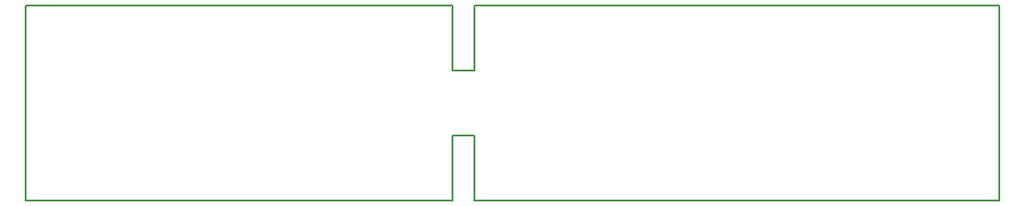
<source format=gko>
G04 #@! TF.FileFunction,Profile,NP*
%FSLAX46Y46*%
G04 Gerber Fmt 4.6, Leading zero omitted, Abs format (unit mm)*
G04 Created by KiCad (PCBNEW 4.0.4-stable) date Monday, October 17, 2016 'PMt' 10:33:17 PM*
%MOMM*%
%LPD*%
G01*
G04 APERTURE LIST*
%ADD10C,0.100000*%
%ADD11C,0.150000*%
G04 APERTURE END LIST*
D10*
D11*
X123500000Y-118000000D02*
X125500000Y-118000000D01*
X126000000Y-112000000D02*
X125500000Y-112000000D01*
X123000000Y-112000000D02*
X123500000Y-112000000D01*
X123500000Y-124000000D02*
X125500000Y-124000000D01*
X126000000Y-130000000D02*
X125500000Y-130000000D01*
X123000000Y-130000000D02*
X123500000Y-130000000D01*
X126000000Y-130000000D02*
X174000000Y-130000000D01*
X125500000Y-124000000D02*
X125500000Y-130000000D01*
X123500000Y-130000000D02*
X123500000Y-124000000D01*
X84000000Y-130000000D02*
X123000000Y-130000000D01*
X123000000Y-112000000D02*
X84000000Y-112000000D01*
X126000000Y-112000000D02*
X174000000Y-112000000D01*
X125500000Y-118000000D02*
X125500000Y-112000000D01*
X123500000Y-112000000D02*
X123500000Y-118000000D01*
X174000000Y-112000000D02*
X174000000Y-130000000D01*
X84000000Y-130000000D02*
X84000000Y-112000000D01*
M02*

</source>
